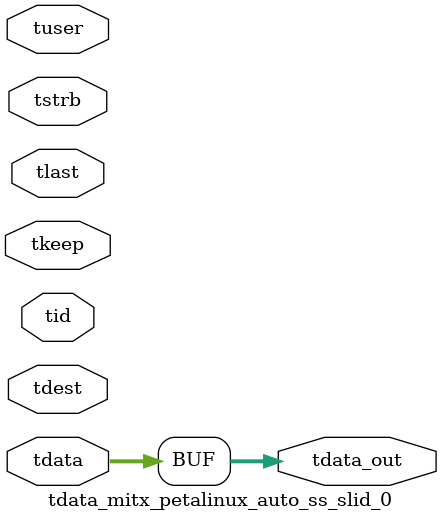
<source format=v>


`timescale 1ps/1ps

module tdata_mitx_petalinux_auto_ss_slid_0 #
(
parameter C_S_AXIS_TDATA_WIDTH = 32,
parameter C_S_AXIS_TUSER_WIDTH = 0,
parameter C_S_AXIS_TID_WIDTH   = 0,
parameter C_S_AXIS_TDEST_WIDTH = 0,
parameter C_M_AXIS_TDATA_WIDTH = 32
)
(
input  [(C_S_AXIS_TDATA_WIDTH == 0 ? 1 : C_S_AXIS_TDATA_WIDTH)-1:0     ] tdata,
input  [(C_S_AXIS_TUSER_WIDTH == 0 ? 1 : C_S_AXIS_TUSER_WIDTH)-1:0     ] tuser,
input  [(C_S_AXIS_TID_WIDTH   == 0 ? 1 : C_S_AXIS_TID_WIDTH)-1:0       ] tid,
input  [(C_S_AXIS_TDEST_WIDTH == 0 ? 1 : C_S_AXIS_TDEST_WIDTH)-1:0     ] tdest,
input  [(C_S_AXIS_TDATA_WIDTH/8)-1:0 ] tkeep,
input  [(C_S_AXIS_TDATA_WIDTH/8)-1:0 ] tstrb,
input                                                                    tlast,
output [C_M_AXIS_TDATA_WIDTH-1:0] tdata_out
);

assign tdata_out = {tdata[31:0]};

endmodule


</source>
